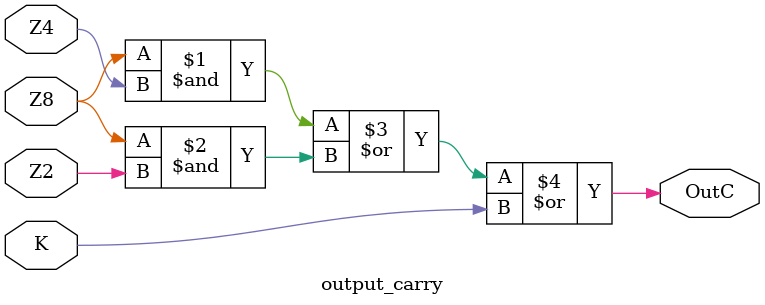
<source format=v>
`timescale 1ns / 1ps
module output_carry(Z2, Z4, Z8, K, OutC);
input Z2, Z4, Z8, K;
output OutC;

assign OutC= (Z8 & Z4) | (Z8 & Z2) | K;

endmodule

</source>
